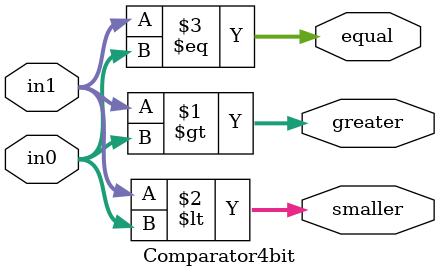
<source format=v>
module Comparator4bit(
    input [3:0]in0,
    input [3:0]in1,
    output [3:0]greater,
    output [3:0]smaller,
    output [3:0]equal
    );

    assign greater = (in1 > in0);
    assign smaller = (in1 < in0);
    assign equal = (in1 == in0);

endmodule
</source>
